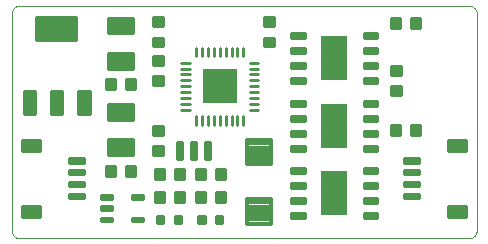
<source format=gtp>
G75*
%MOIN*%
%OFA0B0*%
%FSLAX24Y24*%
%IPPOS*%
%LPD*%
%AMOC8*
5,1,8,0,0,1.08239X$1,22.5*
%
%ADD10C,0.0000*%
%ADD11R,0.1125X0.1125*%
%ADD12R,0.0875X0.1500*%
%ADD13C,0.0142*%
%ADD14C,0.0098*%
%ADD15C,0.0099*%
%ADD16C,0.0100*%
%ADD17C,0.0099*%
%ADD18C,0.0101*%
%ADD19C,0.0100*%
%ADD20C,0.0101*%
%ADD21C,0.0130*%
D10*
X000425Y000238D02*
X015425Y000238D01*
X015455Y000240D01*
X015485Y000245D01*
X015514Y000254D01*
X015541Y000267D01*
X015567Y000282D01*
X015591Y000301D01*
X015612Y000322D01*
X015631Y000346D01*
X015646Y000372D01*
X015659Y000399D01*
X015668Y000428D01*
X015673Y000458D01*
X015675Y000488D01*
X015675Y007738D01*
X015673Y007768D01*
X015668Y007798D01*
X015659Y007827D01*
X015646Y007854D01*
X015631Y007880D01*
X015612Y007904D01*
X015591Y007925D01*
X015567Y007944D01*
X015541Y007959D01*
X015514Y007972D01*
X015485Y007981D01*
X015455Y007986D01*
X015425Y007988D01*
X000425Y007988D01*
X000395Y007986D01*
X000365Y007981D01*
X000336Y007972D01*
X000309Y007959D01*
X000283Y007944D01*
X000259Y007925D01*
X000238Y007904D01*
X000219Y007880D01*
X000204Y007854D01*
X000191Y007827D01*
X000182Y007798D01*
X000177Y007768D01*
X000175Y007738D01*
X000175Y000488D01*
X000177Y000458D01*
X000182Y000428D01*
X000191Y000399D01*
X000204Y000372D01*
X000219Y000346D01*
X000238Y000322D01*
X000259Y000301D01*
X000283Y000282D01*
X000309Y000267D01*
X000336Y000254D01*
X000365Y000245D01*
X000395Y000240D01*
X000425Y000238D01*
D11*
X007113Y005300D03*
D12*
X010925Y006238D03*
X010925Y003988D03*
X010925Y001738D03*
D13*
X008826Y001529D02*
X008826Y000727D01*
X008024Y000727D01*
X008024Y001529D01*
X008826Y001529D01*
X008826Y000868D02*
X008024Y000868D01*
X008024Y001009D02*
X008826Y001009D01*
X008826Y001150D02*
X008024Y001150D01*
X008024Y001291D02*
X008826Y001291D01*
X008826Y001432D02*
X008024Y001432D01*
X008024Y002696D02*
X008024Y003498D01*
X008826Y003498D01*
X008826Y002696D01*
X008024Y002696D01*
X008024Y002837D02*
X008826Y002837D01*
X008826Y002978D02*
X008024Y002978D01*
X008024Y003119D02*
X008826Y003119D01*
X008826Y003260D02*
X008024Y003260D01*
X008024Y003401D02*
X008826Y003401D01*
D14*
X007900Y004010D02*
X007900Y004306D01*
X007703Y004306D02*
X007703Y004010D01*
X007506Y004010D02*
X007506Y004306D01*
X007309Y004306D02*
X007309Y004010D01*
X007113Y004010D02*
X007113Y004306D01*
X006916Y004306D02*
X006916Y004010D01*
X006719Y004010D02*
X006719Y004306D01*
X006522Y004306D02*
X006522Y004010D01*
X006325Y004010D02*
X006325Y004306D01*
X006119Y004513D02*
X005823Y004513D01*
X005823Y004709D02*
X006119Y004709D01*
X006119Y004906D02*
X005823Y004906D01*
X005823Y005103D02*
X006119Y005103D01*
X006119Y005300D02*
X005823Y005300D01*
X005823Y005497D02*
X006119Y005497D01*
X006119Y005694D02*
X005823Y005694D01*
X005823Y005891D02*
X006119Y005891D01*
X006325Y006294D02*
X006325Y006590D01*
X006522Y006590D02*
X006522Y006294D01*
X006719Y006294D02*
X006719Y006590D01*
X006916Y006590D02*
X006916Y006294D01*
X007113Y006294D02*
X007113Y006590D01*
X007309Y006590D02*
X007309Y006294D01*
X007506Y006294D02*
X007506Y006590D01*
X007703Y006590D02*
X007703Y006294D01*
X007900Y006294D02*
X007900Y006590D01*
X008571Y006926D02*
X008905Y006926D01*
X008905Y006630D01*
X008571Y006630D01*
X008571Y006926D01*
X008571Y006727D02*
X008905Y006727D01*
X008905Y006824D02*
X008571Y006824D01*
X008571Y006921D02*
X008905Y006921D01*
X008905Y007595D02*
X008571Y007595D01*
X008905Y007595D02*
X008905Y007299D01*
X008571Y007299D01*
X008571Y007595D01*
X008571Y007396D02*
X008905Y007396D01*
X008905Y007493D02*
X008571Y007493D01*
X008571Y007590D02*
X008905Y007590D01*
X008402Y006087D02*
X008106Y006087D01*
X008106Y005891D02*
X008402Y005891D01*
X008402Y005694D02*
X008106Y005694D01*
X008106Y005497D02*
X008402Y005497D01*
X008402Y005300D02*
X008106Y005300D01*
X008106Y005103D02*
X008402Y005103D01*
X008402Y004906D02*
X008106Y004906D01*
X008106Y004709D02*
X008402Y004709D01*
X008402Y004513D02*
X008106Y004513D01*
X005217Y003674D02*
X004883Y003674D01*
X004883Y003970D01*
X005217Y003970D01*
X005217Y003674D01*
X005217Y003771D02*
X004883Y003771D01*
X004883Y003868D02*
X005217Y003868D01*
X005217Y003965D02*
X004883Y003965D01*
X004883Y003005D02*
X005217Y003005D01*
X004883Y003005D02*
X004883Y003301D01*
X005217Y003301D01*
X005217Y003005D01*
X005217Y003102D02*
X004883Y003102D01*
X004883Y003199D02*
X005217Y003199D01*
X005217Y003296D02*
X004883Y003296D01*
X003987Y002655D02*
X003987Y002321D01*
X003987Y002655D02*
X004283Y002655D01*
X004283Y002321D01*
X003987Y002321D01*
X003987Y002418D02*
X004283Y002418D01*
X004283Y002515D02*
X003987Y002515D01*
X003987Y002612D02*
X004283Y002612D01*
X005238Y002530D02*
X005238Y002196D01*
X004942Y002196D01*
X004942Y002530D01*
X005238Y002530D01*
X005238Y002293D02*
X004942Y002293D01*
X004942Y002390D02*
X005238Y002390D01*
X005238Y002487D02*
X004942Y002487D01*
X005908Y002530D02*
X005908Y002196D01*
X005612Y002196D01*
X005612Y002530D01*
X005908Y002530D01*
X005908Y002293D02*
X005612Y002293D01*
X005612Y002390D02*
X005908Y002390D01*
X005908Y002487D02*
X005612Y002487D01*
X006317Y002530D02*
X006317Y002196D01*
X006317Y002530D02*
X006613Y002530D01*
X006613Y002196D01*
X006317Y002196D01*
X006317Y002293D02*
X006613Y002293D01*
X006613Y002390D02*
X006317Y002390D01*
X006317Y002487D02*
X006613Y002487D01*
X006987Y002530D02*
X006987Y002196D01*
X006987Y002530D02*
X007283Y002530D01*
X007283Y002196D01*
X006987Y002196D01*
X006987Y002293D02*
X007283Y002293D01*
X007283Y002390D02*
X006987Y002390D01*
X006987Y002487D02*
X007283Y002487D01*
X007283Y001780D02*
X006987Y001780D01*
X007283Y001780D02*
X007283Y001446D01*
X006987Y001446D01*
X006987Y001780D01*
X006987Y001543D02*
X007283Y001543D01*
X007283Y001640D02*
X006987Y001640D01*
X006987Y001737D02*
X007283Y001737D01*
X006613Y001780D02*
X006317Y001780D01*
X006613Y001780D02*
X006613Y001446D01*
X006317Y001446D01*
X006317Y001780D01*
X006317Y001543D02*
X006613Y001543D01*
X006613Y001640D02*
X006317Y001640D01*
X006317Y001737D02*
X006613Y001737D01*
X005908Y001446D02*
X005612Y001446D01*
X005612Y001780D01*
X005908Y001780D01*
X005908Y001446D01*
X005908Y001543D02*
X005612Y001543D01*
X005612Y001640D02*
X005908Y001640D01*
X005908Y001737D02*
X005612Y001737D01*
X005238Y001446D02*
X004942Y001446D01*
X004942Y001780D01*
X005238Y001780D01*
X005238Y001446D01*
X005238Y001543D02*
X004942Y001543D01*
X004942Y001640D02*
X005238Y001640D01*
X005238Y001737D02*
X004942Y001737D01*
X003317Y002321D02*
X003317Y002655D01*
X003613Y002655D01*
X003613Y002321D01*
X003317Y002321D01*
X003317Y002418D02*
X003613Y002418D01*
X003613Y002515D02*
X003317Y002515D01*
X003317Y002612D02*
X003613Y002612D01*
X003613Y005196D02*
X003613Y005530D01*
X003613Y005196D02*
X003317Y005196D01*
X003317Y005530D01*
X003613Y005530D01*
X003613Y005293D02*
X003317Y005293D01*
X003317Y005390D02*
X003613Y005390D01*
X003613Y005487D02*
X003317Y005487D01*
X004283Y005530D02*
X004283Y005196D01*
X003987Y005196D01*
X003987Y005530D01*
X004283Y005530D01*
X004283Y005293D02*
X003987Y005293D01*
X003987Y005390D02*
X004283Y005390D01*
X004283Y005487D02*
X003987Y005487D01*
X004883Y005349D02*
X004883Y005645D01*
X005217Y005645D01*
X005217Y005349D01*
X004883Y005349D01*
X004883Y005446D02*
X005217Y005446D01*
X005217Y005543D02*
X004883Y005543D01*
X004883Y005640D02*
X005217Y005640D01*
X004883Y006018D02*
X004883Y006314D01*
X005217Y006314D01*
X005217Y006018D01*
X004883Y006018D01*
X004883Y006115D02*
X005217Y006115D01*
X005217Y006212D02*
X004883Y006212D01*
X004883Y006309D02*
X005217Y006309D01*
X005217Y006926D02*
X004883Y006926D01*
X005217Y006926D02*
X005217Y006630D01*
X004883Y006630D01*
X004883Y006926D01*
X004883Y006727D02*
X005217Y006727D01*
X005217Y006824D02*
X004883Y006824D01*
X004883Y006921D02*
X005217Y006921D01*
X005217Y007595D02*
X004883Y007595D01*
X005217Y007595D02*
X005217Y007299D01*
X004883Y007299D01*
X004883Y007595D01*
X004883Y007396D02*
X005217Y007396D01*
X005217Y007493D02*
X004883Y007493D01*
X004883Y007590D02*
X005217Y007590D01*
X013113Y007592D02*
X013113Y007258D01*
X012817Y007258D01*
X012817Y007592D01*
X013113Y007592D01*
X013113Y007355D02*
X012817Y007355D01*
X012817Y007452D02*
X013113Y007452D01*
X013113Y007549D02*
X012817Y007549D01*
X013783Y007592D02*
X013783Y007258D01*
X013487Y007258D01*
X013487Y007592D01*
X013783Y007592D01*
X013783Y007355D02*
X013487Y007355D01*
X013487Y007452D02*
X013783Y007452D01*
X013783Y007549D02*
X013487Y007549D01*
X013155Y005970D02*
X012821Y005970D01*
X013155Y005970D02*
X013155Y005674D01*
X012821Y005674D01*
X012821Y005970D01*
X012821Y005771D02*
X013155Y005771D01*
X013155Y005868D02*
X012821Y005868D01*
X012821Y005965D02*
X013155Y005965D01*
X013155Y005301D02*
X012821Y005301D01*
X013155Y005301D02*
X013155Y005005D01*
X012821Y005005D01*
X012821Y005301D01*
X012821Y005102D02*
X013155Y005102D01*
X013155Y005199D02*
X012821Y005199D01*
X012821Y005296D02*
X013155Y005296D01*
X013113Y003998D02*
X013113Y003664D01*
X012817Y003664D01*
X012817Y003998D01*
X013113Y003998D01*
X013113Y003761D02*
X012817Y003761D01*
X012817Y003858D02*
X013113Y003858D01*
X013113Y003955D02*
X012817Y003955D01*
X013783Y003998D02*
X013783Y003664D01*
X013487Y003664D01*
X013487Y003998D01*
X013783Y003998D01*
X013783Y003761D02*
X013487Y003761D01*
X013487Y003858D02*
X013783Y003858D01*
X013783Y003955D02*
X013487Y003955D01*
D15*
X011909Y003819D02*
X011909Y003657D01*
X011909Y003819D02*
X012361Y003819D01*
X012361Y003657D01*
X011909Y003657D01*
X011909Y003755D02*
X012361Y003755D01*
X011909Y004157D02*
X011909Y004319D01*
X012361Y004319D01*
X012361Y004157D01*
X011909Y004157D01*
X011909Y004255D02*
X012361Y004255D01*
X011909Y004657D02*
X011909Y004819D01*
X012361Y004819D01*
X012361Y004657D01*
X011909Y004657D01*
X011909Y004755D02*
X012361Y004755D01*
X011909Y005407D02*
X011909Y005569D01*
X012361Y005569D01*
X012361Y005407D01*
X011909Y005407D01*
X011909Y005505D02*
X012361Y005505D01*
X011909Y005907D02*
X011909Y006069D01*
X012361Y006069D01*
X012361Y005907D01*
X011909Y005907D01*
X011909Y006005D02*
X012361Y006005D01*
X011909Y006407D02*
X011909Y006569D01*
X012361Y006569D01*
X012361Y006407D01*
X011909Y006407D01*
X011909Y006505D02*
X012361Y006505D01*
X011909Y006907D02*
X011909Y007069D01*
X012361Y007069D01*
X012361Y006907D01*
X011909Y006907D01*
X011909Y007005D02*
X012361Y007005D01*
X009489Y007069D02*
X009489Y006907D01*
X009489Y007069D02*
X009941Y007069D01*
X009941Y006907D01*
X009489Y006907D01*
X009489Y007005D02*
X009941Y007005D01*
X009489Y006569D02*
X009489Y006407D01*
X009489Y006569D02*
X009941Y006569D01*
X009941Y006407D01*
X009489Y006407D01*
X009489Y006505D02*
X009941Y006505D01*
X009489Y006069D02*
X009489Y005907D01*
X009489Y006069D02*
X009941Y006069D01*
X009941Y005907D01*
X009489Y005907D01*
X009489Y006005D02*
X009941Y006005D01*
X009489Y005569D02*
X009489Y005407D01*
X009489Y005569D02*
X009941Y005569D01*
X009941Y005407D01*
X009489Y005407D01*
X009489Y005505D02*
X009941Y005505D01*
X009489Y004819D02*
X009489Y004657D01*
X009489Y004819D02*
X009941Y004819D01*
X009941Y004657D01*
X009489Y004657D01*
X009489Y004755D02*
X009941Y004755D01*
X009489Y004319D02*
X009489Y004157D01*
X009489Y004319D02*
X009941Y004319D01*
X009941Y004157D01*
X009489Y004157D01*
X009489Y004255D02*
X009941Y004255D01*
X009489Y003819D02*
X009489Y003657D01*
X009489Y003819D02*
X009941Y003819D01*
X009941Y003657D01*
X009489Y003657D01*
X009489Y003755D02*
X009941Y003755D01*
X009489Y003319D02*
X009489Y003157D01*
X009489Y003319D02*
X009941Y003319D01*
X009941Y003157D01*
X009489Y003157D01*
X009489Y003255D02*
X009941Y003255D01*
X009489Y002569D02*
X009489Y002407D01*
X009489Y002569D02*
X009941Y002569D01*
X009941Y002407D01*
X009489Y002407D01*
X009489Y002505D02*
X009941Y002505D01*
X009489Y002069D02*
X009489Y001907D01*
X009489Y002069D02*
X009941Y002069D01*
X009941Y001907D01*
X009489Y001907D01*
X009489Y002005D02*
X009941Y002005D01*
X009489Y001569D02*
X009489Y001407D01*
X009489Y001569D02*
X009941Y001569D01*
X009941Y001407D01*
X009489Y001407D01*
X009489Y001505D02*
X009941Y001505D01*
X009489Y001069D02*
X009489Y000907D01*
X009489Y001069D02*
X009941Y001069D01*
X009941Y000907D01*
X009489Y000907D01*
X009489Y001005D02*
X009941Y001005D01*
X011909Y001069D02*
X011909Y000907D01*
X011909Y001069D02*
X012361Y001069D01*
X012361Y000907D01*
X011909Y000907D01*
X011909Y001005D02*
X012361Y001005D01*
X011909Y001407D02*
X011909Y001569D01*
X012361Y001569D01*
X012361Y001407D01*
X011909Y001407D01*
X011909Y001505D02*
X012361Y001505D01*
X011909Y001907D02*
X011909Y002069D01*
X012361Y002069D01*
X012361Y001907D01*
X011909Y001907D01*
X011909Y002005D02*
X012361Y002005D01*
X011909Y002407D02*
X011909Y002569D01*
X012361Y002569D01*
X012361Y002407D01*
X011909Y002407D01*
X011909Y002505D02*
X012361Y002505D01*
X011909Y003157D02*
X011909Y003319D01*
X012361Y003319D01*
X012361Y003157D01*
X011909Y003157D01*
X011909Y003255D02*
X012361Y003255D01*
D16*
X006118Y006084D02*
X005824Y006084D01*
X005824Y006090D01*
X006118Y006090D01*
X006118Y006084D01*
D17*
X000516Y003527D02*
X000516Y003153D01*
X000516Y003527D02*
X001126Y003527D01*
X001126Y003153D01*
X000516Y003153D01*
X000516Y003251D02*
X001126Y003251D01*
X001126Y003349D02*
X000516Y003349D01*
X000516Y003447D02*
X001126Y003447D01*
X002090Y002897D02*
X002090Y002759D01*
X002090Y002897D02*
X002602Y002897D01*
X002602Y002759D01*
X002090Y002759D01*
X002090Y002857D02*
X002602Y002857D01*
X002090Y002503D02*
X002090Y002365D01*
X002090Y002503D02*
X002602Y002503D01*
X002602Y002365D01*
X002090Y002365D01*
X002090Y002463D02*
X002602Y002463D01*
X002090Y002110D02*
X002090Y001972D01*
X002090Y002110D02*
X002602Y002110D01*
X002602Y001972D01*
X002090Y001972D01*
X002090Y002070D02*
X002602Y002070D01*
X002090Y001716D02*
X002090Y001578D01*
X002090Y001716D02*
X002602Y001716D01*
X002602Y001578D01*
X002090Y001578D01*
X002090Y001676D02*
X002602Y001676D01*
X000516Y001322D02*
X000516Y000948D01*
X000516Y001322D02*
X001126Y001322D01*
X001126Y000948D01*
X000516Y000948D01*
X000516Y001046D02*
X001126Y001046D01*
X001126Y001144D02*
X000516Y001144D01*
X000516Y001242D02*
X001126Y001242D01*
X005676Y002890D02*
X005854Y002890D01*
X005676Y002890D02*
X005676Y003460D01*
X005854Y003460D01*
X005854Y002890D01*
X005854Y002988D02*
X005676Y002988D01*
X005676Y003086D02*
X005854Y003086D01*
X005854Y003184D02*
X005676Y003184D01*
X005676Y003282D02*
X005854Y003282D01*
X005854Y003380D02*
X005676Y003380D01*
X006149Y002890D02*
X006327Y002890D01*
X006149Y002890D02*
X006149Y003460D01*
X006327Y003460D01*
X006327Y002890D01*
X006327Y002988D02*
X006149Y002988D01*
X006149Y003086D02*
X006327Y003086D01*
X006327Y003184D02*
X006149Y003184D01*
X006149Y003282D02*
X006327Y003282D01*
X006327Y003380D02*
X006149Y003380D01*
X006621Y002890D02*
X006799Y002890D01*
X006621Y002890D02*
X006621Y003460D01*
X006799Y003460D01*
X006799Y002890D01*
X006799Y002988D02*
X006621Y002988D01*
X006621Y003086D02*
X006799Y003086D01*
X006799Y003184D02*
X006621Y003184D01*
X006621Y003282D02*
X006799Y003282D01*
X006799Y003380D02*
X006621Y003380D01*
X013760Y002897D02*
X013760Y002759D01*
X013248Y002759D01*
X013248Y002897D01*
X013760Y002897D01*
X013760Y002857D02*
X013248Y002857D01*
X013760Y002503D02*
X013760Y002365D01*
X013248Y002365D01*
X013248Y002503D01*
X013760Y002503D01*
X013760Y002463D02*
X013248Y002463D01*
X013760Y002110D02*
X013760Y001972D01*
X013248Y001972D01*
X013248Y002110D01*
X013760Y002110D01*
X013760Y002070D02*
X013248Y002070D01*
X013760Y001716D02*
X013760Y001578D01*
X013248Y001578D01*
X013248Y001716D01*
X013760Y001716D01*
X013760Y001676D02*
X013248Y001676D01*
X015334Y001322D02*
X015334Y000948D01*
X014724Y000948D01*
X014724Y001322D01*
X015334Y001322D01*
X015334Y001046D02*
X014724Y001046D01*
X014724Y001144D02*
X015334Y001144D01*
X015334Y001242D02*
X014724Y001242D01*
X015334Y003153D02*
X015334Y003527D01*
X015334Y003153D02*
X014724Y003153D01*
X014724Y003527D01*
X015334Y003527D01*
X015334Y003251D02*
X014724Y003251D01*
X014724Y003349D02*
X015334Y003349D01*
X015334Y003447D02*
X014724Y003447D01*
D18*
X006988Y000970D02*
X006988Y000756D01*
X006988Y000970D02*
X007202Y000970D01*
X007202Y000756D01*
X006988Y000756D01*
X006988Y000856D02*
X007202Y000856D01*
X007202Y000956D02*
X006988Y000956D01*
X006398Y000970D02*
X006398Y000756D01*
X006398Y000970D02*
X006612Y000970D01*
X006612Y000756D01*
X006398Y000756D01*
X006398Y000856D02*
X006612Y000856D01*
X006612Y000956D02*
X006398Y000956D01*
X005827Y000970D02*
X005827Y000756D01*
X005613Y000756D01*
X005613Y000970D01*
X005827Y000970D01*
X005827Y000856D02*
X005613Y000856D01*
X005613Y000956D02*
X005827Y000956D01*
X005237Y000970D02*
X005237Y000756D01*
X005023Y000756D01*
X005023Y000970D01*
X005237Y000970D01*
X005237Y000856D02*
X005023Y000856D01*
X005023Y000956D02*
X005237Y000956D01*
X004222Y003007D02*
X004222Y003537D01*
X004222Y003007D02*
X003378Y003007D01*
X003378Y003537D01*
X004222Y003537D01*
X004222Y003107D02*
X003378Y003107D01*
X003378Y003207D02*
X004222Y003207D01*
X004222Y003307D02*
X003378Y003307D01*
X003378Y003407D02*
X004222Y003407D01*
X004222Y003507D02*
X003378Y003507D01*
X003378Y004188D02*
X003378Y004718D01*
X004222Y004718D01*
X004222Y004188D01*
X003378Y004188D01*
X003378Y004288D02*
X004222Y004288D01*
X004222Y004388D02*
X003378Y004388D01*
X003378Y004488D02*
X004222Y004488D01*
X004222Y004588D02*
X003378Y004588D01*
X003378Y004688D02*
X004222Y004688D01*
X004222Y005882D02*
X004222Y006412D01*
X004222Y005882D02*
X003378Y005882D01*
X003378Y006412D01*
X004222Y006412D01*
X004222Y005982D02*
X003378Y005982D01*
X003378Y006082D02*
X004222Y006082D01*
X004222Y006182D02*
X003378Y006182D01*
X003378Y006282D02*
X004222Y006282D01*
X004222Y006382D02*
X003378Y006382D01*
X003378Y007063D02*
X003378Y007593D01*
X004222Y007593D01*
X004222Y007063D01*
X003378Y007063D01*
X003378Y007163D02*
X004222Y007163D01*
X004222Y007263D02*
X003378Y007263D01*
X003378Y007363D02*
X004222Y007363D01*
X004222Y007463D02*
X003378Y007463D01*
X003378Y007563D02*
X004222Y007563D01*
D19*
X004188Y001670D02*
X004188Y001554D01*
X004188Y001670D02*
X004560Y001670D01*
X004560Y001554D01*
X004188Y001554D01*
X004188Y001653D02*
X004560Y001653D01*
X003165Y001670D02*
X003165Y001554D01*
X003165Y001670D02*
X003537Y001670D01*
X003537Y001554D01*
X003165Y001554D01*
X003165Y001653D02*
X003537Y001653D01*
X003165Y001296D02*
X003165Y001180D01*
X003165Y001296D02*
X003537Y001296D01*
X003537Y001180D01*
X003165Y001180D01*
X003165Y001279D02*
X003537Y001279D01*
X003165Y000921D02*
X003165Y000805D01*
X003165Y000921D02*
X003537Y000921D01*
X003537Y000805D01*
X003165Y000805D01*
X003165Y000904D02*
X003537Y000904D01*
X004188Y000921D02*
X004188Y000805D01*
X004188Y000921D02*
X004560Y000921D01*
X004560Y000805D01*
X004188Y000805D01*
X004188Y000904D02*
X004560Y000904D01*
D20*
X002775Y004378D02*
X002395Y004378D01*
X002395Y005158D01*
X002775Y005158D01*
X002775Y004378D01*
X002775Y004478D02*
X002395Y004478D01*
X002395Y004578D02*
X002775Y004578D01*
X002775Y004678D02*
X002395Y004678D01*
X002395Y004778D02*
X002775Y004778D01*
X002775Y004878D02*
X002395Y004878D01*
X002395Y004978D02*
X002775Y004978D01*
X002775Y005078D02*
X002395Y005078D01*
X001865Y004378D02*
X001485Y004378D01*
X001485Y005158D01*
X001865Y005158D01*
X001865Y004378D01*
X001865Y004478D02*
X001485Y004478D01*
X001485Y004578D02*
X001865Y004578D01*
X001865Y004678D02*
X001485Y004678D01*
X001485Y004778D02*
X001865Y004778D01*
X001865Y004878D02*
X001485Y004878D01*
X001485Y004978D02*
X001865Y004978D01*
X001865Y005078D02*
X001485Y005078D01*
X000955Y004378D02*
X000575Y004378D01*
X000575Y005158D01*
X000955Y005158D01*
X000955Y004378D01*
X000955Y004478D02*
X000575Y004478D01*
X000575Y004578D02*
X000955Y004578D01*
X000955Y004678D02*
X000575Y004678D01*
X000575Y004778D02*
X000955Y004778D01*
X000955Y004878D02*
X000575Y004878D01*
X000575Y004978D02*
X000955Y004978D01*
X000955Y005078D02*
X000575Y005078D01*
D21*
X001032Y006840D02*
X002318Y006840D01*
X001032Y006840D02*
X001032Y007576D01*
X002318Y007576D01*
X002318Y006840D01*
X002318Y006969D02*
X001032Y006969D01*
X001032Y007098D02*
X002318Y007098D01*
X002318Y007227D02*
X001032Y007227D01*
X001032Y007356D02*
X002318Y007356D01*
X002318Y007485D02*
X001032Y007485D01*
M02*

</source>
